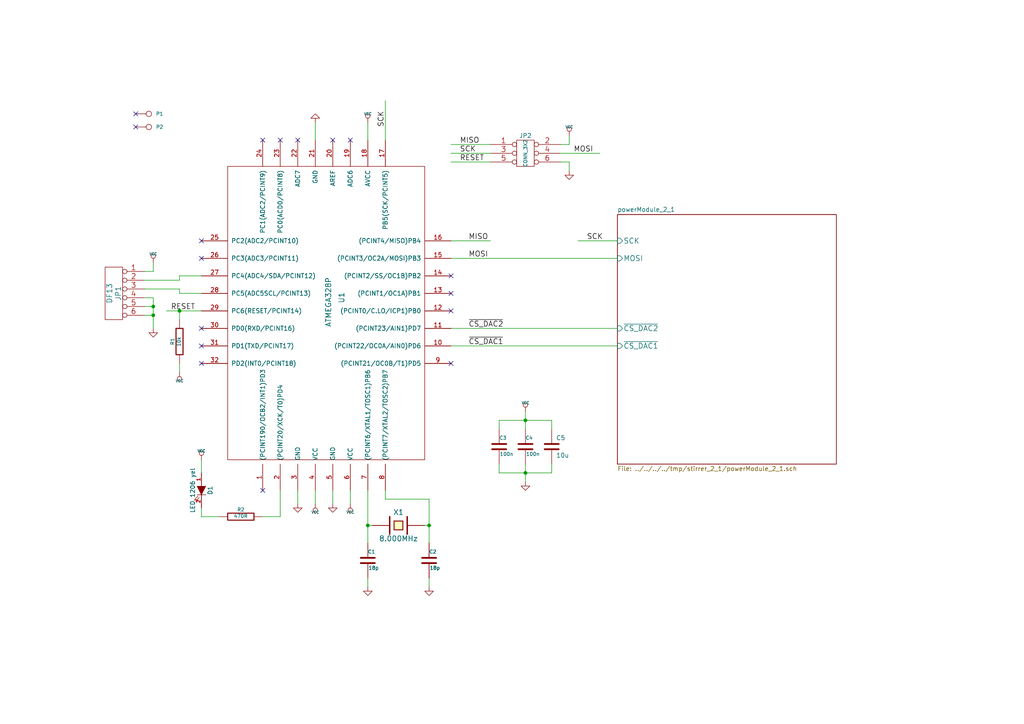
<source format=kicad_sch>
(kicad_sch (version 20230121) (generator eeschema)
  (paper "A4")
  (lib_symbols
    (symbol "stirrer_2_1-rescue:ATMEGA328/P_32TQFP" (pin_names (offset 1.016))
      (property "Reference" "U" (at 1.27 -5.08 0))
      (property "Value" "ATMEGA328/P_32TQFP" (at 0 -1.27 0))
      (symbol "ATMEGA328/P_32TQFP_0_1"
        (rectangle (start -45.72 27.94) (end 39.37 -29.21))
      )
      (symbol "ATMEGA328/P_32TQFP_1_1"
        (pin passive line (at -54.61 17.78 0) (length 7.62) (name "(PCINT190/OCB2/INT1)PD3") (number "1"))
        (pin passive line (at -12.7 -36.83 90) (length 7.62) (name "(PCINT22/OC0A/AIN0)PD6") (number "10"))
        (pin passive line (at -7.62 -36.83 90) (length 7.62) (name "(PCINT23/AIN1)PD7") (number "11"))
        (pin passive line (at -2.54 -36.83 90) (length 7.62) (name "(PCINT0/C.LO/ICP1)PB0") (number "12"))
        (pin passive line (at 2.54 -36.83 90) (length 7.62) (name "(PCINT1/OC1A)PB1") (number "13"))
        (pin passive line (at 7.62 -36.83 90) (length 7.62) (name "(PCINT2/SS/OC1B)PB2") (number "14"))
        (pin passive line (at 12.7 -36.83 90) (length 7.62) (name "(PCINT3/OC2A/MOSI)PB3") (number "15"))
        (pin passive line (at 17.78 -36.83 90) (length 7.62) (name "(PCINT4/MISO)PB4") (number "16"))
        (pin passive line (at 46.99 -17.78 180) (length 7.62) (name "PB5(SCK/PCINT5)") (number "17"))
        (pin passive line (at 46.99 -12.7 180) (length 7.62) (name "AVCC") (number "18"))
        (pin passive line (at 46.99 -7.62 180) (length 7.62) (name "ADC6") (number "19"))
        (pin passive line (at -54.61 12.7 0) (length 7.62) (name "(PCINT20/XCK/T0)PD4") (number "2"))
        (pin passive line (at 46.99 -2.54 180) (length 7.62) (name "AREF") (number "20"))
        (pin passive line (at 46.99 2.54 180) (length 7.62) (name "GND") (number "21"))
        (pin passive line (at 46.99 7.62 180) (length 7.62) (name "ADC7") (number "22"))
        (pin passive line (at 46.99 12.7 180) (length 7.62) (name "PC0(ACD0/PCINT8)") (number "23"))
        (pin passive line (at 46.99 17.78 180) (length 7.62) (name "PC1(ADC2/PCINT9)") (number "24"))
        (pin passive line (at 17.78 35.56 270) (length 7.62) (name "PC2(ADC2/PCINT10)") (number "25"))
        (pin passive line (at 12.7 35.56 270) (length 7.62) (name "PC3(ADC3/PCINT11)") (number "26"))
        (pin passive line (at 7.62 35.56 270) (length 7.62) (name "PC4(ADC4/SDA/PCINT12)") (number "27"))
        (pin passive line (at 2.54 35.56 270) (length 7.62) (name "PC5(ADC5SCL/PCINT13)") (number "28"))
        (pin passive line (at -2.54 35.56 270) (length 7.62) (name "PC6(RESET/PCINT14)") (number "29"))
        (pin passive line (at -54.61 7.62 0) (length 7.62) (name "GND") (number "3"))
        (pin passive line (at -7.62 35.56 270) (length 7.62) (name "PD0(RXD/PCINT16)") (number "30"))
        (pin passive line (at -12.7 35.56 270) (length 7.62) (name "PD1(TXD/PCINT17)") (number "31"))
        (pin passive line (at -17.78 35.56 270) (length 7.62) (name "PD2(INT0/PCINT18)") (number "32"))
        (pin passive line (at -54.61 2.54 0) (length 7.62) (name "VCC") (number "4"))
        (pin passive line (at -54.61 -2.54 0) (length 7.62) (name "GND") (number "5"))
        (pin passive line (at -54.61 -7.62 0) (length 7.62) (name "VCC") (number "6"))
        (pin passive line (at -54.61 -12.7 0) (length 7.62) (name "(PCINT6/XTAL1/TOSC1)PB6") (number "7"))
        (pin passive line (at -54.61 -17.78 0) (length 7.62) (name "(PCINT7/XTAL2/TOSC2)PB7") (number "8"))
        (pin passive line (at -17.78 -36.83 90) (length 7.62) (name "(PCINT21/OC0B/T1)PD5") (number "9"))
      )
    )
    (symbol "stirrer_2_1-rescue:C" (pin_numbers hide) (pin_names (offset 0.254))
      (property "Reference" "C" (at 1.27 2.54 0))
      (property "Value" "C" (at 1.27 -2.54 0))
      (symbol "C_0_1"
        (polyline (pts (xy -2.032 -0.762) (xy 2.032 -0.762)) (stroke (width 0.508)))
        (polyline (pts (xy -2.032 0.762) (xy 2.032 0.762)) (stroke (width 0.508)))
      )
      (symbol "C_1_1"
        (pin passive line (at 0 5.08 270) (length 4.318) (name "~") (number "1"))
        (pin passive line (at 0 -5.08 90) (length 4.318) (name "~") (number "2"))
      )
    )
    (symbol "stirrer_2_1-rescue:CONN_1" (pin_numbers hide) (pin_names (offset 0.762) hide)
      (property "Reference" "P" (at 2.032 0 0))
      (symbol "CONN_1_0_1"
        (polyline (pts (xy -0.762 0) (xy -1.27 0)))
        (circle (center 0 0) (radius 0.7874))
      )
      (symbol "CONN_1_1_1"
        (pin passive line (at -3.81 0 0) (length 2.54) (name "1") (number "1"))
      )
    )
    (symbol "stirrer_2_1-rescue:CONN_3X2" (pin_names (offset 1.016) hide)
      (property "Reference" "P" (at 0 6.35 0))
      (property "Value" "CONN_3X2" (at 0 1.27 90))
      (symbol "CONN_3X2_0_1"
        (rectangle (start -2.54 5.08) (end 2.54 -2.54))
      )
      (symbol "CONN_3X2_1_1"
        (pin passive inverted (at -10.16 3.81 0) (length 7.62) (name "1") (number "1"))
        (pin passive inverted (at 10.16 3.81 180) (length 7.62) (name "2") (number "2"))
        (pin passive inverted (at -10.16 1.27 0) (length 7.62) (name "3") (number "3"))
        (pin passive inverted (at 10.16 1.27 180) (length 7.62) (name "4") (number "4"))
        (pin passive inverted (at -10.16 -1.27 0) (length 7.62) (name "5") (number "5"))
        (pin passive inverted (at 10.16 -1.27 180) (length 7.62) (name "6") (number "6"))
      )
    )
    (symbol "stirrer_2_1-rescue:CONN_6" (pin_names (offset 0.762) hide)
      (property "Reference" "P" (at -1.27 0 90))
      (property "Value" "CONN_6" (at 1.27 0 90))
      (symbol "CONN_6_0_1"
        (rectangle (start -2.54 7.62) (end 2.54 -7.62))
      )
      (symbol "CONN_6_1_1"
        (pin passive inverted (at -8.89 6.35 0) (length 6.35) (name "1") (number "1"))
        (pin passive inverted (at -8.89 3.81 0) (length 6.35) (name "2") (number "2"))
        (pin passive inverted (at -8.89 1.27 0) (length 6.35) (name "3") (number "3"))
        (pin passive inverted (at -8.89 -1.27 0) (length 6.35) (name "4") (number "4"))
        (pin passive inverted (at -8.89 -3.81 0) (length 6.35) (name "5") (number "5"))
        (pin passive inverted (at -8.89 -6.35 0) (length 6.35) (name "6") (number "6"))
      )
    )
    (symbol "stirrer_2_1-rescue:CRYSTAL" (pin_numbers hide) (pin_names (offset 1.016) hide)
      (property "Reference" "X" (at 0 3.81 0))
      (property "Value" "CRYSTAL" (at 0 -3.81 0))
      (symbol "CRYSTAL_0_1"
        (polyline (pts (xy -2.54 2.54) (xy -2.54 -2.54)) (stroke (width 0.4064)))
        (polyline (pts (xy 2.54 2.54) (xy 2.54 -2.54)) (stroke (width 0.4064)))
        (polyline (pts (xy -1.27 1.27) (xy 1.27 1.27) (xy 1.27 -1.27) (xy -1.27 -1.27) (xy -1.27 1.27)) (stroke (width 0.3048)) (fill (type background)))
      )
      (symbol "CRYSTAL_1_1"
        (pin passive line (at -7.62 0 0) (length 5.08) (name "1") (number "1"))
        (pin passive line (at 7.62 0 180) (length 5.08) (name "2") (number "2"))
      )
    )
    (symbol "stirrer_2_1-rescue:GND" (power) (pin_names (offset 0))
      (property "Value" "GND" (at 0 -3.81 0))
      (symbol "GND_0_1"
        (polyline (pts (xy 0 0) (xy 0 -1.27) (xy 1.27 -1.27) (xy 0 -2.54) (xy -1.27 -1.27) (xy 0 -1.27)))
      )
      (symbol "GND_1_1"
        (pin power_in line (at 0 0 270) (length 0) hide (name "GND") (number "1"))
      )
    )
    (symbol "stirrer_2_1-rescue:LED" (pin_names (offset 1.016) hide)
      (property "Reference" "D" (at 0 2.54 0))
      (property "Value" "LED" (at 0 -2.54 0))
      (symbol "LED_0_1"
        (polyline (pts (xy 1.27 1.27) (xy 1.27 -1.27)))
        (polyline (pts (xy -1.27 1.27) (xy 1.27 0) (xy -1.27 -1.27)) (fill (type outline)))
        (polyline (pts (xy 1.651 -1.016) (xy 2.794 -2.032) (xy 2.667 -1.397)))
        (polyline (pts (xy 2.032 -0.635) (xy 3.175 -1.651) (xy 3.048 -1.016)))
      )
      (symbol "LED_1_1"
        (pin passive line (at -5.08 0 0) (length 3.81) (name "A") (number "1"))
        (pin passive line (at 5.08 0 180) (length 3.81) (name "K") (number "2"))
      )
    )
    (symbol "stirrer_2_1-rescue:R" (pin_numbers hide) (pin_names (offset 0))
      (property "Reference" "R" (at 2.032 0 90))
      (property "Value" "R" (at 0.1778 0.0254 90))
      (symbol "R_0_1"
        (rectangle (start -1.016 3.81) (end 1.016 -3.81) (stroke (width 0.3048)))
      )
      (symbol "R_1_1"
        (pin passive line (at 0 6.35 270) (length 2.54) (name "~") (number "1"))
        (pin passive line (at 0 -6.35 90) (length 2.54) (name "~") (number "2"))
      )
    )
    (symbol "stirrer_2_1-rescue:VCC" (power) (pin_names (offset 0))
      (property "Value" "VCC" (at 0 3.81 0))
      (symbol "VCC_0_1"
        (polyline (pts (xy 0 0) (xy 0 1.27)))
        (circle (center 0 1.905) (radius 0.635))
      )
      (symbol "VCC_1_1"
        (pin power_in line (at 0 0 90) (length 0) hide (name "VCC") (number "1"))
      )
    )
  )
  (junction (at 124.46 152.4))
  (junction (at 152.4 137.16))
  (junction (at 44.45 91.44))
  (junction (at 52.07 90.17))
  (junction (at 44.45 88.9))
  (junction (at 106.68 152.4))
  (junction (at 152.4 121.92))
  (no_connect (at 76.2 142.24))
  (no_connect (at 101.6 40.64))
  (no_connect (at 86.36 40.64))
  (no_connect (at 96.52 40.64))
  (no_connect (at 58.42 105.41))
  (no_connect (at 58.42 69.85))
  (no_connect (at 58.42 74.93))
  (no_connect (at 81.28 40.64))
  (no_connect (at 58.42 95.25))
  (no_connect (at 130.81 90.17))
  (no_connect (at 39.37 33.02))
  (no_connect (at 130.81 85.09))
  (no_connect (at 39.37 36.83))
  (no_connect (at 76.2 40.64))
  (no_connect (at 130.81 80.01))
  (no_connect (at 58.42 100.33))
  (no_connect (at 130.81 105.41))
  (wire (pts (xy 41.91 91.44) (xy 44.45 91.44)))
  (wire (pts (xy 124.46 152.4) (xy 124.46 157.48)))
  (wire (pts (xy 101.6 142.24) (xy 101.6 146.05)))
  (wire (pts (xy 179.07 69.85) (xy 167.64 69.85)))
  (wire (pts (xy 106.68 152.4) (xy 107.95 152.4)))
  (wire (pts (xy 91.44 40.64) (xy 91.44 35.56)))
  (wire (pts (xy 160.02 137.16) (xy 160.02 134.62)))
  (wire (pts (xy 111.76 40.64) (xy 111.76 29.21)))
  (wire (pts (xy 162.56 46.99) (xy 165.1 46.99)))
  (wire (pts (xy 130.81 95.25) (xy 179.07 95.25)))
  (wire (pts (xy 106.68 142.24) (xy 106.68 152.4)))
  (wire (pts (xy 152.4 137.16) (xy 160.02 137.16)))
  (wire (pts (xy 130.81 41.91) (xy 142.24 41.91)))
  (wire (pts (xy 142.24 46.99) (xy 130.81 46.99)))
  (wire (pts (xy 111.76 144.78) (xy 124.46 144.78)))
  (wire (pts (xy 130.81 69.85) (xy 142.24 69.85)))
  (wire (pts (xy 130.81 100.33) (xy 179.07 100.33)))
  (wire (pts (xy 41.91 86.36) (xy 44.45 86.36)))
  (wire (pts (xy 130.81 74.93) (xy 179.07 74.93)))
  (wire (pts (xy 52.07 90.17) (xy 58.42 90.17)))
  (wire (pts (xy 48.26 90.17) (xy 52.07 90.17)))
  (wire (pts (xy 124.46 167.64) (xy 124.46 170.18)))
  (wire (pts (xy 152.4 121.92) (xy 152.4 124.46)))
  (wire (pts (xy 152.4 121.92) (xy 160.02 121.92)))
  (wire (pts (xy 165.1 46.99) (xy 165.1 49.53)))
  (wire (pts (xy 58.42 133.35) (xy 58.42 137.16)))
  (wire (pts (xy 111.76 142.24) (xy 111.76 144.78)))
  (wire (pts (xy 44.45 86.36) (xy 44.45 88.9)))
  (wire (pts (xy 142.24 44.45) (xy 130.81 44.45)))
  (wire (pts (xy 63.5 149.86) (xy 58.42 149.86)))
  (wire (pts (xy 52.07 81.28) (xy 52.07 80.01)))
  (wire (pts (xy 52.07 83.82) (xy 52.07 85.09)))
  (wire (pts (xy 144.78 121.92) (xy 144.78 124.46)))
  (wire (pts (xy 165.1 41.91) (xy 165.1 39.37)))
  (wire (pts (xy 41.91 78.74) (xy 44.45 78.74)))
  (wire (pts (xy 144.78 137.16) (xy 152.4 137.16)))
  (wire (pts (xy 152.4 119.38) (xy 152.4 121.92)))
  (wire (pts (xy 52.07 92.71) (xy 52.07 90.17)))
  (wire (pts (xy 81.28 149.86) (xy 76.2 149.86)))
  (wire (pts (xy 106.68 167.64) (xy 106.68 170.18)))
  (wire (pts (xy 106.68 152.4) (xy 106.68 157.48)))
  (wire (pts (xy 44.45 88.9) (xy 44.45 91.44)))
  (wire (pts (xy 160.02 121.92) (xy 160.02 124.46)))
  (wire (pts (xy 44.45 78.74) (xy 44.45 76.2)))
  (wire (pts (xy 124.46 144.78) (xy 124.46 152.4)))
  (wire (pts (xy 91.44 142.24) (xy 91.44 146.05)))
  (wire (pts (xy 144.78 134.62) (xy 144.78 137.16)))
  (wire (pts (xy 41.91 88.9) (xy 44.45 88.9)))
  (wire (pts (xy 86.36 142.24) (xy 86.36 146.05)))
  (wire (pts (xy 41.91 81.28) (xy 52.07 81.28)))
  (wire (pts (xy 162.56 41.91) (xy 165.1 41.91)))
  (wire (pts (xy 152.4 137.16) (xy 152.4 139.7)))
  (wire (pts (xy 41.91 83.82) (xy 52.07 83.82)))
  (wire (pts (xy 52.07 85.09) (xy 58.42 85.09)))
  (wire (pts (xy 144.78 121.92) (xy 152.4 121.92)))
  (wire (pts (xy 162.56 44.45) (xy 173.99 44.45)))
  (wire (pts (xy 96.52 142.24) (xy 96.52 146.05)))
  (wire (pts (xy 106.68 40.64) (xy 106.68 35.56)))
  (wire (pts (xy 44.45 91.44) (xy 44.45 95.25)))
  (wire (pts (xy 152.4 134.62) (xy 152.4 137.16)))
  (wire (pts (xy 58.42 149.86) (xy 58.42 147.32)))
  (wire (pts (xy 52.07 80.01) (xy 58.42 80.01)))
  (wire (pts (xy 52.07 105.41) (xy 52.07 107.95)))
  (wire (pts (xy 81.28 142.24) (xy 81.28 149.86)))
  (wire (pts (xy 124.46 152.4) (xy 123.19 152.4)))
  (label "RESET" (at 133.35 46.99 0) (effects (font (size 1.524 1.524))))
  (label "~{CS_DAC2}" (at 135.89 95.25 0) (effects (font (size 1.524 1.524))))
  (label "MISO" (at 135.89 69.85 0) (effects (font (size 1.524 1.524))))
  (label "MOSI" (at 135.89 74.93 0) (effects (font (size 1.524 1.524))))
  (label "SCK" (at 170.18 69.85 0) (effects (font (size 1.524 1.524))))
  (label "SCK" (at 111.76 36.83 90) (effects (font (size 1.524 1.524))))
  (label "RESET" (at 49.53 90.17 0) (effects (font (size 1.524 1.524))))
  (label "~{CS_DAC1}" (at 135.89 100.33 0) (effects (font (size 1.524 1.524))))
  (label "MOSI" (at 166.37 44.45 0) (effects (font (size 1.524 1.524))))
  (label "SCK" (at 133.35 44.45 0) (effects (font (size 1.524 1.524))))
  (label "MISO" (at 133.35 41.91 0) (effects (font (size 1.524 1.524))))
  (symbol (lib_id "stirrer_2_1-rescue:ATMEGA328/P_32TQFP") (at 93.98 87.63 90) (unit 1)
    (property "Reference" "U1" (at 99.06 86.36 0) (effects (font (size 1.524 1.524))))
    (property "Value" "ATMEGA328P" (at 95.25 87.63 0) (effects (font (size 1.524 1.524))))
    (property "Footprint" "Housings_QFP:TQFP-32_7x7mm_Pitch0.8mm" (effects hide))
    (property "Part Number" "ATMEGA328P-AU" (effects hide))
    (property "Order Code" "171-5486" (effects hide))
  )
  (symbol (lib_id "stirrer_2_1-rescue:CRYSTAL") (at 115.57 152.4 0) (unit 1)
    (property "Reference" "X1" (at 115.57 148.59 0) (effects (font (size 1.524 1.524))))
    (property "Value" "8.000MHz" (at 115.57 156.21 0) (effects (font (size 1.524 1.524))))
    (property "Footprint" "Crystals_Oscillators_SMD:Q_49U3HMS" (effects hide))
    (property "Part Number" "9C-8.000MAAJ-T" (effects hide))
    (property "Order Code" "184-2346" (effects hide))
  )
  (symbol (lib_id "stirrer_2_1-rescue:C") (at 124.46 162.56 0) (unit 1)
    (property "Reference" "C2" (at 124.46 160.02 0) (effects (font (size 1.016 1.016)) (justify left)))
    (property "Value" "18p" (at 124.6124 164.719 0) (effects (font (size 1.016 1.016)) (justify left)))
    (property "Footprint" "Capacitors_SMD:C_0805_HandSoldering" (effects hide))
    (property "Part Number" "MC0805N180J500CT" (effects hide))
    (property "Order Code" "175-9194" (effects hide))
  )
  (symbol (lib_id "stirrer_2_1-rescue:C") (at 106.68 162.56 0) (unit 1)
    (property "Reference" "C1" (at 106.68 160.02 0) (effects (font (size 1.016 1.016)) (justify left)))
    (property "Value" "18p" (at 106.8324 164.719 0) (effects (font (size 1.016 1.016)) (justify left)))
    (property "Footprint" "Capacitors_SMD:C_0805_HandSoldering" (effects hide))
    (property "Part Number" "MC0805N180J500CT" (effects hide))
    (property "Order Code" "175-9194" (effects hide))
  )
  (symbol (lib_id "stirrer_2_1-rescue:GND") (at 124.46 170.18 0) (unit 1)
    (property "Reference" "#PWR01" (effects hide))
    (property "Value" "GND" (effects hide))
  )
  (symbol (lib_id "stirrer_2_1-rescue:GND") (at 106.68 170.18 0) (unit 1)
    (property "Reference" "#PWR02" (effects hide))
    (property "Value" "GND" (effects hide))
  )
  (symbol (lib_id "stirrer_2_1-rescue:VCC") (at 101.6 146.05 180) (unit 1)
    (property "Reference" "#PWR03" (effects hide))
    (property "Value" "VCC" (at 101.6 148.59 0) (effects (font (size 0.762 0.762))))
  )
  (symbol (lib_id "stirrer_2_1-rescue:VCC") (at 91.44 146.05 180) (unit 1)
    (property "Reference" "#PWR04" (effects hide))
    (property "Value" "VCC" (at 91.44 148.59 0) (effects (font (size 0.762 0.762))))
  )
  (symbol (lib_id "stirrer_2_1-rescue:GND") (at 96.52 146.05 0) (unit 1)
    (property "Reference" "#PWR05" (effects hide))
    (property "Value" "GND" (effects hide))
  )
  (symbol (lib_id "stirrer_2_1-rescue:GND") (at 86.36 146.05 0) (unit 1)
    (property "Reference" "#PWR06" (effects hide))
    (property "Value" "GND" (effects hide))
  )
  (symbol (lib_id "stirrer_2_1-rescue:CONN_3X2") (at 152.4 45.72 0) (unit 1)
    (property "Reference" "JP2" (at 152.4 39.37 0))
    (property "Value" "CONN_3X2" (at 152.4 44.45 90) (effects (font (size 1.016 1.016))))
    (property "Footprint" "Pin_Headers:Pin_Header_Straight_2x03" (effects hide))
    (property "Part Number" "M20-9980346" (effects hide))
    (property "Order Code" "102-2231" (effects hide))
  )
  (symbol (lib_id "stirrer_2_1-rescue:R") (at 52.07 99.06 180) (unit 1)
    (property "Reference" "R1" (at 50.038 99.06 90) (effects (font (size 1.016 1.016))))
    (property "Value" "10k" (at 51.8922 99.0854 90) (effects (font (size 1.016 1.016))))
    (property "Footprint" "Resistors_SMD:R_0805_HandSoldering" (effects hide))
    (property "Part Number" "MCMR08X1002FTL" (effects hide))
    (property "Order Code" "207-3607" (effects hide))
  )
  (symbol (lib_id "stirrer_2_1-rescue:VCC") (at 52.07 107.95 180) (unit 1)
    (property "Reference" "#PWR014" (effects hide))
    (property "Value" "VCC" (at 52.07 110.49 0) (effects (font (size 0.762 0.762))))
  )
  (symbol (lib_id "stirrer_2_1-rescue:C") (at 144.78 129.54 0) (unit 1)
    (property "Reference" "C3" (at 144.78 127 0) (effects (font (size 1.016 1.016)) (justify left)))
    (property "Value" "100n" (at 144.9324 131.699 0) (effects (font (size 1.016 1.016)) (justify left)))
    (property "Footprint" "Capacitors_SMD:C_0805_HandSoldering" (effects hide))
    (property "Part Number" "MCCA000274" (effects hide))
    (property "Order Code" "175-9143" (effects hide))
  )
  (symbol (lib_id "stirrer_2_1-rescue:C") (at 152.4 129.54 0) (unit 1)
    (property "Reference" "C4" (at 152.4 127 0) (effects (font (size 1.016 1.016)) (justify left)))
    (property "Value" "100n" (at 152.5524 131.699 0) (effects (font (size 1.016 1.016)) (justify left)))
    (property "Footprint" "Capacitors_SMD:C_0805_HandSoldering" (effects hide))
    (property "Part Number" "MCCA000274" (effects hide))
    (property "Order Code" "175-9143" (effects hide))
  )
  (symbol (lib_id "stirrer_2_1-rescue:C") (at 160.02 129.54 0) (unit 1)
    (property "Reference" "C5" (at 161.29 127 0) (effects (justify left)))
    (property "Value" "10u" (at 161.29 132.08 0) (effects (justify left)))
    (property "Footprint" "Capacitors_SMD:C_0805_HandSoldering" (effects hide))
    (property "Part Number" "GRM219R61C106KA73D" (effects hide))
    (property "Order Code" "184-5747" (effects hide))
  )
  (symbol (lib_id "stirrer_2_1-rescue:VCC") (at 152.4 119.38 0) (unit 1)
    (property "Reference" "#PWR015" (effects hide))
    (property "Value" "VCC" (at 152.4 116.84 0) (effects (font (size 0.762 0.762))))
  )
  (symbol (lib_id "stirrer_2_1-rescue:GND") (at 152.4 139.7 0) (unit 1)
    (property "Reference" "#PWR016" (effects hide))
    (property "Value" "GND" (effects hide))
  )
  (symbol (lib_id "stirrer_2_1-rescue:VCC") (at 165.1 39.37 0) (unit 1)
    (property "Reference" "#PWR07" (effects hide))
    (property "Value" "VCC" (at 165.1 36.83 0) (effects (font (size 0.762 0.762))))
  )
  (symbol (lib_id "stirrer_2_1-rescue:GND") (at 165.1 49.53 0) (unit 1)
    (property "Reference" "#PWR08" (effects hide))
    (property "Value" "GND" (effects hide))
  )
  (symbol (lib_id "stirrer_2_1-rescue:VCC") (at 44.45 76.2 0) (unit 1)
    (property "Reference" "#PWR09" (effects hide))
    (property "Value" "VCC" (at 44.45 73.66 0) (effects (font (size 0.762 0.762))))
  )
  (symbol (lib_id "stirrer_2_1-rescue:GND") (at 44.45 95.25 0) (unit 1)
    (property "Reference" "#PWR010" (effects hide))
    (property "Value" "GND" (effects hide))
  )
  (symbol (lib_id "stirrer_2_1-rescue:VCC") (at 106.68 35.56 0) (unit 1)
    (property "Reference" "#PWR011" (effects hide))
    (property "Value" "VCC" (at 106.68 33.02 0) (effects (font (size 0.762 0.762))))
  )
  (symbol (lib_id "stirrer_2_1-rescue:GND") (at 91.44 35.56 180) (unit 1)
    (property "Reference" "#PWR012" (effects hide))
    (property "Value" "GND" (effects hide))
  )
  (symbol (lib_id "stirrer_2_1-rescue:R") (at 69.85 149.86 90) (unit 1)
    (property "Reference" "R2" (at 69.85 147.828 90) (effects (font (size 1.016 1.016))))
    (property "Value" "470R" (at 69.8246 149.6822 90) (effects (font (size 1.016 1.016))))
    (property "Footprint" "Resistors_SMD:R_0805_HandSoldering" (effects hide))
    (property "Part Number" "109-9798" (effects hide))
    (property "Order Code" "WCR0805-470RFI" (effects hide))
  )
  (symbol (lib_id "stirrer_2_1-rescue:LED") (at 58.42 142.24 270) (unit 1)
    (property "Reference" "D1" (at 60.96 142.24 0))
    (property "Value" "LED 1206 yel" (at 55.88 142.24 0))
    (property "Footprint" "LEDs:LED-1206" (effects hide))
    (property "Part Number" "LYN971-Z" (effects hide))
    (property "Order Code" "122-6417" (effects hide))
  )
  (symbol (lib_id "stirrer_2_1-rescue:VCC") (at 58.42 133.35 0) (unit 1)
    (property "Reference" "#PWR013" (effects hide))
    (property "Value" "VCC" (at 58.42 130.81 0) (effects (font (size 0.762 0.762))))
  )
  (symbol (lib_id "stirrer_2_1-rescue:CONN_6") (at 33.02 85.09 0) (mirror y) (unit 1)
    (property "Reference" "JP1" (at 34.29 85.09 90) (effects (font (size 1.524 1.524))))
    (property "Value" "DF13" (at 31.75 85.09 90) (effects (font (size 1.524 1.524))))
    (property "Footprint" "jakub:DF13-4P-1.25H" (effects hide))
    (property "Part Number" "DF13-4P-1.25H" (effects hide))
    (property "Order Code" "132-4926" (effects hide))
  )
  (symbol (lib_id "stirrer_2_1-rescue:CONN_1") (at 43.18 33.02 0) (unit 1)
    (property "Reference" "P1" (at 45.212 33.02 0) (effects (font (size 1.016 1.016)) (justify left)))
    (property "Value" "CONN_1" (effects hide))
    (property "Footprint" "Connect:1pin" (effects hide))
  )
  (symbol (lib_id "stirrer_2_1-rescue:CONN_1") (at 43.18 36.83 0) (unit 1)
    (property "Reference" "P2" (at 45.212 36.83 0) (effects (font (size 1.016 1.016)) (justify left)))
    (property "Value" "CONN_1" (effects hide))
    (property "Footprint" "Connect:1pin" (effects hide))
  )
  (sheet (at 179.07 62.23) (size 63.5 72.39)
    (property "Sheetname" "powerModule_2_1" (at 179.07 61.5184 0) (effects (justify left bottom)))
    (property "Sheetfile" "../../../../tmp/stirrer_2_1/powerModule_2_1.sch" (at 179.07 135.2046 0) (effects (justify left top)))
    (pin "MOSI" input (at 179.07 74.93 180) (effects (font (size 1.524 1.524))))
    (pin "SCK" input (at 179.07 69.85 180) (effects (font (size 1.524 1.524))))
    (pin "~{CS_DAC2}" input (at 179.07 95.25 180) (effects (font (size 1.524 1.524))))
    (pin "~{CS_DAC1}" input (at 179.07 100.33 180) (effects (font (size 1.524 1.524))))
  )
)
</source>
